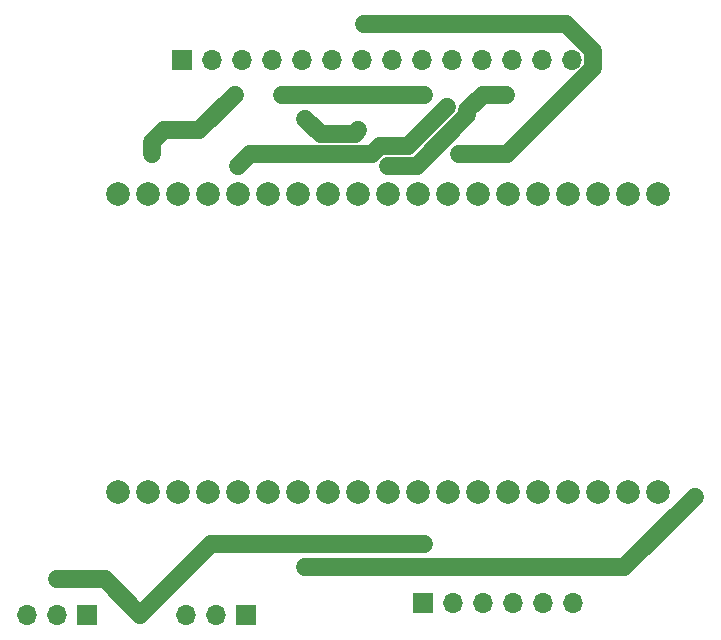
<source format=gbr>
%TF.GenerationSoftware,KiCad,Pcbnew,8.0.3*%
%TF.CreationDate,2025-03-24T19:08:41+01:00*%
%TF.ProjectId,PCB_1_Esp32_Screen,5043425f-315f-4457-9370-33325f536372,rev?*%
%TF.SameCoordinates,Original*%
%TF.FileFunction,Copper,L1,Top*%
%TF.FilePolarity,Positive*%
%FSLAX46Y46*%
G04 Gerber Fmt 4.6, Leading zero omitted, Abs format (unit mm)*
G04 Created by KiCad (PCBNEW 8.0.3) date 2025-03-24 19:08:41*
%MOMM*%
%LPD*%
G01*
G04 APERTURE LIST*
%TA.AperFunction,ComponentPad*%
%ADD10R,1.700000X1.700000*%
%TD*%
%TA.AperFunction,ComponentPad*%
%ADD11O,1.700000X1.700000*%
%TD*%
%TA.AperFunction,ComponentPad*%
%ADD12C,2.000000*%
%TD*%
%TA.AperFunction,ViaPad*%
%ADD13C,1.200000*%
%TD*%
%TA.AperFunction,Conductor*%
%ADD14C,1.500000*%
%TD*%
G04 APERTURE END LIST*
D10*
%TO.P,J4,1,Pin_1*%
%TO.N,+3.3V*%
X124000000Y-125000000D03*
D11*
%TO.P,J4,2,Pin_2*%
%TO.N,+5V*%
X121460000Y-125000000D03*
%TO.P,J4,3,Pin_3*%
%TO.N,GND*%
X118920000Y-125000000D03*
%TD*%
D10*
%TO.P,J3,1,Pin_1*%
%TO.N,unconnected-(J3-Pin_1-Pad1)*%
X118520000Y-78000000D03*
D11*
%TO.P,J3,2,Pin_2*%
%TO.N,MISO*%
X121060000Y-78000000D03*
%TO.P,J3,3,Pin_3*%
%TO.N,MOSI*%
X123600000Y-78000000D03*
%TO.P,J3,4,Pin_4*%
%TO.N,T_CS*%
X126140000Y-78000000D03*
%TO.P,J3,5,Pin_5*%
%TO.N,SCK*%
X128680000Y-78000000D03*
%TO.P,J3,6,Pin_6*%
%TO.N,MISO*%
X131220000Y-78000000D03*
%TO.P,J3,7,Pin_7*%
%TO.N,LED*%
X133760000Y-78000000D03*
%TO.P,J3,8,Pin_8*%
%TO.N,SCK*%
X136300000Y-78000000D03*
%TO.P,J3,9,Pin_9*%
%TO.N,MOSI*%
X138840000Y-78000000D03*
%TO.P,J3,10,Pin_10*%
%TO.N,DC*%
X141380000Y-78000000D03*
%TO.P,J3,11,Pin_11*%
%TO.N,RESET*%
X143920000Y-78000000D03*
%TO.P,J3,12,Pin_12*%
%TO.N,CS*%
X146460000Y-78000000D03*
%TO.P,J3,13,Pin_13*%
%TO.N,GND*%
X149000000Y-78000000D03*
%TO.P,J3,14,Pin_14*%
%TO.N,+3.3V*%
X151540000Y-78000000D03*
%TD*%
D10*
%TO.P,J2,1,Pin_1*%
%TO.N,+3.3V*%
X110525000Y-125000000D03*
D11*
%TO.P,J2,2,Pin_2*%
%TO.N,+5V*%
X107985000Y-125000000D03*
%TO.P,J2,3,Pin_3*%
%TO.N,GND*%
X105445000Y-125000000D03*
%TD*%
D10*
%TO.P,J1,1,Pin_1*%
%TO.N,+3.3V*%
X138920000Y-124000000D03*
D11*
%TO.P,J1,2,Pin_2*%
%TO.N,GND*%
X141460000Y-124000000D03*
%TO.P,J1,3,Pin_3*%
%TO.N,Trig*%
X144000000Y-124000000D03*
%TO.P,J1,4,Pin_4*%
%TO.N,Clock*%
X146540000Y-124000000D03*
%TO.P,J1,5,Pin_5*%
%TO.N,Data*%
X149080000Y-124000000D03*
%TO.P,J1,6,Pin_6*%
%TO.N,Analog_Pin1*%
X151620000Y-124000000D03*
%TD*%
D12*
%TO.P,ESP32_WROOM_KIT1,1,3v3*%
%TO.N,+3.3V*%
X113140000Y-114650000D03*
%TO.P,ESP32_WROOM_KIT1,2,EN*%
%TO.N,unconnected-(ESP32_WROOM_KIT1-EN-Pad2)*%
X115680000Y-114650000D03*
%TO.P,ESP32_WROOM_KIT1,3,GPIO36*%
%TO.N,Analog_Pin1*%
X118220000Y-114650000D03*
%TO.P,ESP32_WROOM_KIT1,4,GPIO39*%
%TO.N,unconnected-(ESP32_WROOM_KIT1-GPIO39-Pad4)*%
X120760000Y-114650000D03*
%TO.P,ESP32_WROOM_KIT1,5,GPIO34*%
%TO.N,unconnected-(ESP32_WROOM_KIT1-GPIO34-Pad5)*%
X123300000Y-114650000D03*
%TO.P,ESP32_WROOM_KIT1,6,GPIO35*%
%TO.N,unconnected-(ESP32_WROOM_KIT1-GPIO35-Pad6)*%
X125840000Y-114650000D03*
%TO.P,ESP32_WROOM_KIT1,7,GPIO32*%
%TO.N,unconnected-(ESP32_WROOM_KIT1-GPIO32-Pad7)*%
X128380000Y-114650000D03*
%TO.P,ESP32_WROOM_KIT1,8,GPIO33*%
%TO.N,unconnected-(ESP32_WROOM_KIT1-GPIO33-Pad8)*%
X130920000Y-114650000D03*
%TO.P,ESP32_WROOM_KIT1,9,GPIO25*%
%TO.N,Data*%
X133460000Y-114650000D03*
%TO.P,ESP32_WROOM_KIT1,10,GPIO26*%
%TO.N,Clock*%
X136000000Y-114650000D03*
%TO.P,ESP32_WROOM_KIT1,11,GPIO27*%
%TO.N,Trig*%
X138540000Y-114650000D03*
%TO.P,ESP32_WROOM_KIT1,12,GPIO14*%
%TO.N,unconnected-(ESP32_WROOM_KIT1-GPIO14-Pad12)*%
X141080000Y-114650000D03*
%TO.P,ESP32_WROOM_KIT1,13,GPIO12*%
%TO.N,unconnected-(ESP32_WROOM_KIT1-GPIO12-Pad13)*%
X143620000Y-114650000D03*
%TO.P,ESP32_WROOM_KIT1,14,GND*%
%TO.N,unconnected-(ESP32_WROOM_KIT1-GND-Pad14)*%
X146160000Y-114650000D03*
%TO.P,ESP32_WROOM_KIT1,15,GPIO13*%
%TO.N,unconnected-(ESP32_WROOM_KIT1-GPIO13-Pad15)*%
X148700000Y-114650000D03*
%TO.P,ESP32_WROOM_KIT1,16,GPIO9*%
%TO.N,unconnected-(ESP32_WROOM_KIT1-GPIO9-Pad16)*%
X151240000Y-114650000D03*
%TO.P,ESP32_WROOM_KIT1,17,GPIO10*%
%TO.N,unconnected-(ESP32_WROOM_KIT1-GPIO10-Pad17)*%
X153780000Y-114650000D03*
%TO.P,ESP32_WROOM_KIT1,18,GPIO11*%
%TO.N,unconnected-(ESP32_WROOM_KIT1-GPIO11-Pad18)*%
X156320000Y-114650000D03*
%TO.P,ESP32_WROOM_KIT1,19,5V*%
%TO.N,+5V*%
X158860000Y-114650000D03*
%TO.P,ESP32_WROOM_KIT1,20,GPIO6*%
%TO.N,unconnected-(ESP32_WROOM_KIT1-GPIO6-Pad20)*%
X158860000Y-89350000D03*
%TO.P,ESP32_WROOM_KIT1,21,GPIO7*%
%TO.N,unconnected-(ESP32_WROOM_KIT1-GPIO7-Pad21)*%
X156320000Y-89350000D03*
%TO.P,ESP32_WROOM_KIT1,22,GPIO8*%
%TO.N,unconnected-(ESP32_WROOM_KIT1-GPIO8-Pad22)*%
X153780000Y-89350000D03*
%TO.P,ESP32_WROOM_KIT1,23,GPIO15*%
%TO.N,unconnected-(ESP32_WROOM_KIT1-GPIO15-Pad23)*%
X151240000Y-89350000D03*
%TO.P,ESP32_WROOM_KIT1,24*%
%TO.N,N/C*%
X148700000Y-89350000D03*
%TO.P,ESP32_WROOM_KIT1,25,GPIO0*%
%TO.N,unconnected-(ESP32_WROOM_KIT1-GPIO0-Pad25)*%
X146160000Y-89350000D03*
%TO.P,ESP32_WROOM_KIT1,26,GPIO4*%
%TO.N,RESET*%
X143620000Y-89350000D03*
%TO.P,ESP32_WROOM_KIT1,27,GPIO16*%
%TO.N,LED*%
X141080000Y-89350000D03*
%TO.P,ESP32_WROOM_KIT1,28,GPIO17*%
%TO.N,T_CS*%
X138540000Y-89350000D03*
%TO.P,ESP32_WROOM_KIT1,29,GPIO5*%
%TO.N,CS*%
X136000000Y-89350000D03*
%TO.P,ESP32_WROOM_KIT1,30,GPIO18*%
%TO.N,SCK*%
X133460000Y-89350000D03*
%TO.P,ESP32_WROOM_KIT1,31,GPIO19*%
%TO.N,MISO*%
X130920000Y-89350000D03*
%TO.P,ESP32_WROOM_KIT1,32,GND*%
%TO.N,unconnected-(ESP32_WROOM_KIT1-GND-Pad32)*%
X128380000Y-89350000D03*
%TO.P,ESP32_WROOM_KIT1,33,GPIO21*%
%TO.N,unconnected-(ESP32_WROOM_KIT1-GPIO21-Pad33)*%
X125840000Y-89350000D03*
%TO.P,ESP32_WROOM_KIT1,34,GPIO2*%
%TO.N,DC*%
X123300000Y-89350000D03*
%TO.P,ESP32_WROOM_KIT1,35,GPIO1*%
%TO.N,unconnected-(ESP32_WROOM_KIT1-GPIO1-Pad35)*%
X120760000Y-89350000D03*
%TO.P,ESP32_WROOM_KIT1,36,GPIO22*%
%TO.N,unconnected-(ESP32_WROOM_KIT1-GPIO22-Pad36)*%
X118220000Y-89350000D03*
%TO.P,ESP32_WROOM_KIT1,37,GPIO23*%
%TO.N,MOSI*%
X115680000Y-89350000D03*
%TO.P,ESP32_WROOM_KIT1,38,GND*%
%TO.N,GND*%
X113140000Y-89350000D03*
%TD*%
D13*
%TO.N,LED*%
X142000000Y-86000000D03*
X134000000Y-75000000D03*
%TO.N,SCK*%
X133460000Y-84000000D03*
X129000000Y-83000000D03*
%TO.N,DC*%
X123300000Y-87000000D03*
X141000000Y-82000000D03*
%TO.N,CS*%
X146000000Y-81000000D03*
X136000000Y-87000000D03*
%TO.N,T_CS*%
X139000000Y-81000000D03*
X127000000Y-81000000D03*
%TO.N,MOSI*%
X116000000Y-86000000D03*
X123000000Y-81000000D03*
%TO.N,+3.3V*%
X162000000Y-115000000D03*
%TO.N,GND*%
X139000000Y-119000000D03*
X108000000Y-122000000D03*
X115000000Y-125000000D03*
%TO.N,+3.3V*%
X129000000Y-121000000D03*
X138000000Y-121000000D03*
%TD*%
D14*
%TO.N,LED*%
X146085585Y-86000000D02*
X142000000Y-86000000D01*
X153340000Y-78745585D02*
X146085585Y-86000000D01*
X153340000Y-77254415D02*
X153340000Y-78745585D01*
X151085585Y-75000000D02*
X153340000Y-77254415D01*
X134000000Y-75000000D02*
X151085585Y-75000000D01*
%TO.N,CS*%
X138404164Y-87000000D02*
X136000000Y-87000000D01*
X142700000Y-82300000D02*
X142700000Y-82704164D01*
X142700000Y-82704164D02*
X138404164Y-87000000D01*
X146000000Y-81000000D02*
X144000000Y-81000000D01*
X144000000Y-81000000D02*
X142700000Y-82300000D01*
%TO.N,T_CS*%
X139000000Y-81000000D02*
X127000000Y-81000000D01*
%TO.N,SCK*%
X130300000Y-84300000D02*
X129000000Y-83000000D01*
X133460000Y-84000000D02*
X133160000Y-84300000D01*
X133160000Y-84300000D02*
X130300000Y-84300000D01*
%TO.N,DC*%
X134595837Y-86000000D02*
X135295837Y-85300000D01*
X137700000Y-85300000D02*
X141000000Y-82000000D01*
X124300000Y-86000000D02*
X134595837Y-86000000D01*
X123300000Y-87000000D02*
X124300000Y-86000000D01*
X135295837Y-85300000D02*
X137700000Y-85300000D01*
%TO.N,MOSI*%
X117000000Y-84000000D02*
X116000000Y-85000000D01*
X120000000Y-84000000D02*
X117000000Y-84000000D01*
X123000000Y-81000000D02*
X120000000Y-84000000D01*
X116000000Y-85000000D02*
X116000000Y-86000000D01*
%TO.N,+3.3V*%
X138000000Y-121000000D02*
X156000000Y-121000000D01*
X156000000Y-121000000D02*
X162000000Y-115000000D01*
%TO.N,GND*%
X121000000Y-119000000D02*
X115000000Y-125000000D01*
X139000000Y-119000000D02*
X121000000Y-119000000D01*
X112000000Y-122000000D02*
X108000000Y-122000000D01*
X115000000Y-125000000D02*
X112000000Y-122000000D01*
%TO.N,+3.3V*%
X138000000Y-121000000D02*
X129000000Y-121000000D01*
%TD*%
M02*

</source>
